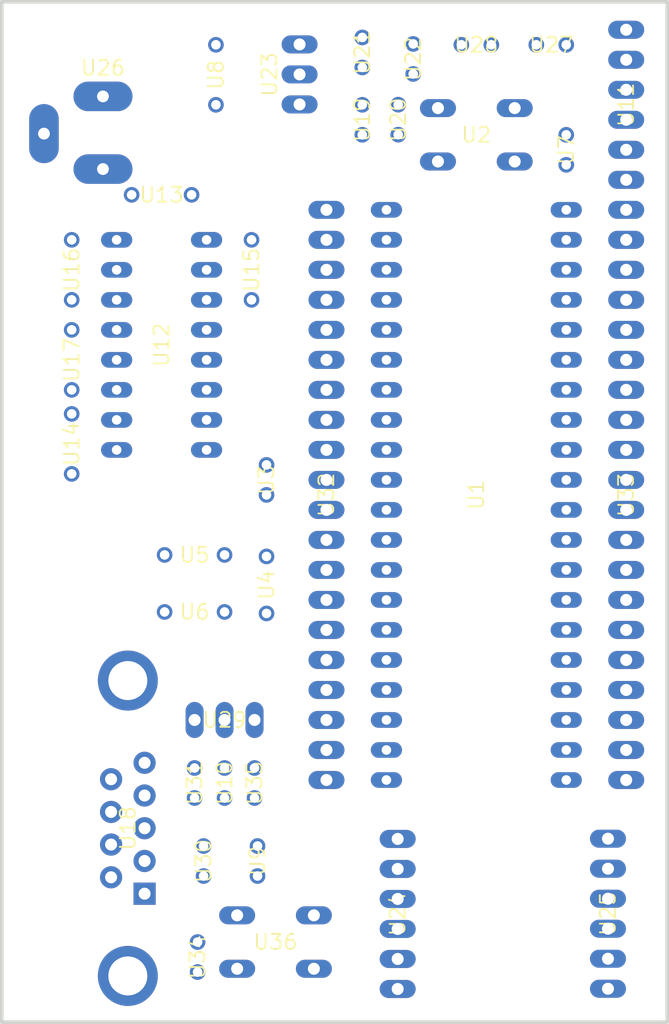
<source format=kicad_pcb>
(kicad_pcb (version 20171130) (host pcbnew "(5.1.4-0-10_14)")

  (general
    (thickness 1.6)
    (drawings 4)
    (tracks 0)
    (zones 0)
    (modules 36)
    (nets 71)
  )

  (page A4)
  (layers
    (0 Top signal)
    (31 Bottom signal)
    (32 B.Adhes user)
    (33 F.Adhes user)
    (34 B.Paste user)
    (35 F.Paste user)
    (36 B.SilkS user)
    (37 F.SilkS user)
    (38 B.Mask user)
    (39 F.Mask user)
    (40 Dwgs.User user)
    (41 Cmts.User user)
    (42 Eco1.User user)
    (43 Eco2.User user)
    (44 Edge.Cuts user)
    (45 Margin user)
    (46 B.CrtYd user)
    (47 F.CrtYd user)
    (48 B.Fab user)
    (49 F.Fab user)
  )

  (setup
    (last_trace_width 0.4064)
    (trace_clearance 0.2)
    (zone_clearance 0.508)
    (zone_45_only no)
    (trace_min 0.2)
    (via_size 0.8)
    (via_drill 0.4)
    (via_min_size 0.4)
    (via_min_drill 0.3)
    (uvia_size 0.3)
    (uvia_drill 0.1)
    (uvias_allowed yes)
    (uvia_min_size 0.2)
    (uvia_min_drill 0.1)
    (edge_width 0.05)
    (segment_width 0.2)
    (pcb_text_width 0.3)
    (pcb_text_size 1.5 1.5)
    (mod_edge_width 0.12)
    (mod_text_size 1 1)
    (mod_text_width 0.15)
    (pad_size 1.524 1.524)
    (pad_drill 0.762)
    (pad_to_mask_clearance 0.051)
    (solder_mask_min_width 0.25)
    (aux_axis_origin 0 0)
    (visible_elements 7FFFFFFF)
    (pcbplotparams
      (layerselection 0x010fc_ffffffff)
      (usegerberextensions false)
      (usegerberattributes false)
      (usegerberadvancedattributes false)
      (creategerberjobfile false)
      (excludeedgelayer true)
      (linewidth 0.100000)
      (plotframeref false)
      (viasonmask false)
      (mode 1)
      (useauxorigin false)
      (hpglpennumber 1)
      (hpglpenspeed 20)
      (hpglpendiameter 15.000000)
      (psnegative false)
      (psa4output false)
      (plotreference true)
      (plotvalue true)
      (plotinvisibletext false)
      (padsonsilk false)
      (subtractmaskfromsilk false)
      (outputformat 1)
      (mirror false)
      (drillshape 1)
      (scaleselection 1)
      (outputdirectory ""))
  )

  (net 0 "")
  (net 1 "Net-(IC3-Pad40)")
  (net 2 "Net-(IC3-Pad39)")
  (net 3 "Net-(IC3-Pad38)")
  (net 4 "Net-(IC3-Pad37)")
  (net 5 "Net-(IC3-Pad36)")
  (net 6 "Net-(IC3-Pad35)")
  (net 7 /MRF_INT)
  (net 8 "Net-(IC3-Pad33)")
  (net 9 /3.3V_SRC)
  (net 10 GND)
  (net 11 "Net-(IC3-Pad30)")
  (net 12 "Net-(IC3-Pad29)")
  (net 13 "Net-(IC3-Pad28)")
  (net 14 "Net-(IC3-Pad27)")
  (net 15 /N$17)
  (net 16 /N$21)
  (net 17 /MRF_SDO)
  (net 18 /MRF_SDI)
  (net 19 "Net-(IC3-Pad22)")
  (net 20 "Net-(IC3-Pad21)")
  (net 21 "Net-(IC3-Pad20)")
  (net 22 "Net-(IC3-Pad19)")
  (net 23 /MRF_SCK)
  (net 24 /MRF_CS)
  (net 25 /MRF_WAKE)
  (net 26 /MRF_RESET)
  (net 27 /OSC2)
  (net 28 /OS1)
  (net 29 "Net-(IC3-Pad10)")
  (net 30 "Net-(IC3-Pad9)")
  (net 31 "Net-(IC3-Pad8)")
  (net 32 "Net-(IC3-Pad7)")
  (net 33 "Net-(IC3-Pad6)")
  (net 34 "Net-(IC3-Pad5)")
  (net 35 "Net-(IC3-Pad4)")
  (net 36 "Net-(IC3-Pad3)")
  (net 37 "Net-(IC3-Pad2)")
  (net 38 "Net-(IC3-Pad1)")
  (net 39 "Net-(S1-Pad4)")
  (net 40 "Net-(S1-Pad2)")
  (net 41 "Net-(C6-Pad1)")
  (net 42 "Net-(LED3-PadA)")
  (net 43 "Net-(R5-Pad1)")
  (net 44 "Net-(JP3-Pad6)")
  (net 45 "Net-(IC2-Pad14)")
  (net 46 "Net-(IC2-Pad13)")
  (net 47 "Net-(IC2-Pad12)")
  (net 48 "Net-(IC2-Pad11)")
  (net 49 "Net-(C5-Pad2)")
  (net 50 "Net-(C2-Pad2)")
  (net 51 "Net-(C5-Pad1)")
  (net 52 "Net-(C4-Pad2)")
  (net 53 "Net-(IC2-Pad8)")
  (net 54 "Net-(IC2-Pad7)")
  (net 55 "Net-(C1-Pad1)")
  (net 56 "Net-(C4-Pad1)")
  (net 57 "Net-(X1-Pad9)")
  (net 58 "Net-(X1-Pad7)")
  (net 59 "Net-(X1-Pad1)")
  (net 60 "Net-(IC4-Pad1)")
  (net 61 "Net-(R8-Pad1)")
  (net 62 "Net-(JP4-Pad4)")
  (net 63 "Net-(X3-Pad3)")
  (net 64 "Net-(LED1-PadA)")
  (net 65 "Net-(R2-Pad1)")
  (net 66 "Net-(R6-Pad1)")
  (net 67 "Net-(LED2-PadA)")
  (net 68 "Net-(R1-Pad1)")
  (net 69 "Net-(S2-Pad4)")
  (net 70 "Net-(S2-Pad2)")

  (net_class Default "This is the default net class."
    (clearance 0.2)
    (trace_width 0.4064)
    (via_dia 0.8)
    (via_drill 0.4)
    (uvia_dia 0.3)
    (uvia_drill 0.1)
    (add_net /3.3V_SRC)
    (add_net /MRF_CS)
    (add_net /MRF_INT)
    (add_net /MRF_RESET)
    (add_net /MRF_SCK)
    (add_net /MRF_SDI)
    (add_net /MRF_SDO)
    (add_net /MRF_WAKE)
    (add_net /N$17)
    (add_net /N$21)
    (add_net /OS1)
    (add_net /OSC2)
    (add_net GND)
    (add_net "Net-(C1-Pad1)")
    (add_net "Net-(C2-Pad2)")
    (add_net "Net-(C4-Pad1)")
    (add_net "Net-(C4-Pad2)")
    (add_net "Net-(C5-Pad1)")
    (add_net "Net-(C5-Pad2)")
    (add_net "Net-(C6-Pad1)")
    (add_net "Net-(IC2-Pad11)")
    (add_net "Net-(IC2-Pad12)")
    (add_net "Net-(IC2-Pad13)")
    (add_net "Net-(IC2-Pad14)")
    (add_net "Net-(IC2-Pad7)")
    (add_net "Net-(IC2-Pad8)")
    (add_net "Net-(IC3-Pad1)")
    (add_net "Net-(IC3-Pad10)")
    (add_net "Net-(IC3-Pad19)")
    (add_net "Net-(IC3-Pad2)")
    (add_net "Net-(IC3-Pad20)")
    (add_net "Net-(IC3-Pad21)")
    (add_net "Net-(IC3-Pad22)")
    (add_net "Net-(IC3-Pad27)")
    (add_net "Net-(IC3-Pad28)")
    (add_net "Net-(IC3-Pad29)")
    (add_net "Net-(IC3-Pad3)")
    (add_net "Net-(IC3-Pad30)")
    (add_net "Net-(IC3-Pad33)")
    (add_net "Net-(IC3-Pad35)")
    (add_net "Net-(IC3-Pad36)")
    (add_net "Net-(IC3-Pad37)")
    (add_net "Net-(IC3-Pad38)")
    (add_net "Net-(IC3-Pad39)")
    (add_net "Net-(IC3-Pad4)")
    (add_net "Net-(IC3-Pad40)")
    (add_net "Net-(IC3-Pad5)")
    (add_net "Net-(IC3-Pad6)")
    (add_net "Net-(IC3-Pad7)")
    (add_net "Net-(IC3-Pad8)")
    (add_net "Net-(IC3-Pad9)")
    (add_net "Net-(IC4-Pad1)")
    (add_net "Net-(JP3-Pad6)")
    (add_net "Net-(JP4-Pad4)")
    (add_net "Net-(LED1-PadA)")
    (add_net "Net-(LED2-PadA)")
    (add_net "Net-(LED3-PadA)")
    (add_net "Net-(R1-Pad1)")
    (add_net "Net-(R2-Pad1)")
    (add_net "Net-(R5-Pad1)")
    (add_net "Net-(R6-Pad1)")
    (add_net "Net-(R8-Pad1)")
    (add_net "Net-(S1-Pad2)")
    (add_net "Net-(S1-Pad4)")
    (add_net "Net-(S2-Pad2)")
    (add_net "Net-(S2-Pad4)")
    (add_net "Net-(X1-Pad1)")
    (add_net "Net-(X1-Pad7)")
    (add_net "Net-(X1-Pad9)")
    (add_net "Net-(X3-Pad3)")
  )

  (module picDevBoard:317TS (layer Top) (tedit 5DD22436) (tstamp 5DC8E7E0)
    (at 145.542 67.9704 90)
    (descr "<b>VOLTAGE REGULATOR</b>")
    (path /FA55F29D)
    (fp_text reference U23 (at 0 -2.54 90) (layer F.SilkS)
      (effects (font (size 1.27 1.27) (thickness 0.15)))
    )
    (fp_text value "" (at 0 -2.54 90) (layer F.SilkS)
      (effects (font (size 1.27 1.27) (thickness 0.15)))
    )
    (fp_poly (pts (xy -5.4 -2.54) (xy -5.4 1.96) (xy 5.2 1.96) (xy 5.2 -2.54)) (layer F.CrtYd) (width 0.1))
    (fp_poly (pts (xy -3.4 -1.54) (xy -3.4 1.56) (xy 3.4 1.56) (xy 3.4 -1.54)) (layer B.CrtYd) (width 0.1))
    (pad 3 thru_hole oval (at 2.54 0 180) (size 3.048 1.524) (drill 1.016) (layers *.Cu *.Mask)
      (net 41 "Net-(C6-Pad1)") (solder_mask_margin 0.1016))
    (pad 2 thru_hole oval (at 0 0 180) (size 3.048 1.524) (drill 1.016) (layers *.Cu *.Mask)
      (net 9 /3.3V_SRC) (solder_mask_margin 0.1016))
    (pad 1 thru_hole oval (at -2.54 0 180) (size 3.048 1.524) (drill 1.016) (layers *.Cu *.Mask)
      (net 60 "Net-(IC4-Pad1)") (solder_mask_margin 0.1016))
  )

  (module picDevBoard:733980-62 locked (layer Top) (tedit 5DD23BA9) (tstamp 5DC8E86D)
    (at 128.8796 69.9516 180)
    (descr "<b>DC POWER JACK</b><p>\nDC20-09 (2.0 mm Center Pin)<br>\nDC25-09 (2.5 mm Center Pin)<br>\nSource: http://www2.produktinfo.conrad.com/datenblaetter/725000-749999/733980-da-01-en-Printbuchse_mit_Schaltkontakt_2mm.pdf")
    (path /D0EFEB30)
    (fp_text reference U26 (at 0 2.54 180) (layer F.SilkS)
      (effects (font (size 1.27 1.27) (thickness 0.15)))
    )
    (fp_text value "" (at 0 2.54 180) (layer F.SilkS)
      (effects (font (size 1.27 1.27) (thickness 0.15)))
    )
    (fp_poly (pts (xy -4.4 -6.26) (xy 4.4 -6.26) (xy 4.4 7.64) (xy -4.4 7.64)) (layer F.CrtYd) (width 0.1))
    (pad 3 thru_hole oval (at 5 -3.03 270) (size 5 2.5) (drill 1) (layers *.Cu *.Mask)
      (net 63 "Net-(X3-Pad3)") (solder_mask_margin 0.1016))
    (pad 1 thru_hole oval (at 0 -6.03 180) (size 5 2.5) (drill 1) (layers *.Cu *.Mask)
      (net 10 GND) (solder_mask_margin 0.1016))
    (pad 2 thru_hole oval (at 0 0.12 180) (size 5 2.5) (drill 1) (layers *.Cu *.Mask)
      (net 41 "Net-(C6-Pad1)") (solder_mask_margin 0.1016))
  )

  (module picDevBoard:DB9 locked (layer Top) (tedit 5DD22E40) (tstamp 5DC8E78D)
    (at 127.8128 131.7752 90)
    (descr <b>SUB-D</b>)
    (path /8679BB61)
    (fp_text reference U18 (at 0 3.175 90) (layer F.SilkS)
      (effects (font (size 1.27 1.27) (thickness 0.15)))
    )
    (fp_text value "" (at 0 3.175 90) (layer F.SilkS)
      (effects (font (size 1.27 1.27) (thickness 0.15)))
    )
    (fp_poly (pts (xy -15.6 -6.525) (xy 15.6 -6.525) (xy 15.6 6.175) (xy -15.6 6.175)) (layer F.CrtYd) (width 0.1))
    (pad G2 thru_hole circle (at 12.5 3.175 90) (size 5.08 5.08) (drill 3.302) (layers *.Cu *.Mask)
      (solder_mask_margin 0.1016))
    (pad G1 thru_hole circle (at -12.5 3.175 90) (size 5.08 5.08) (drill 3.302) (layers *.Cu *.Mask)
      (solder_mask_margin 0.1016))
    (pad 9 thru_hole circle (at 4.15 1.755 90) (size 1.8796 1.8796) (drill 1.016) (layers *.Cu *.Mask)
      (net 57 "Net-(X1-Pad9)") (solder_mask_margin 0.1016))
    (pad 8 thru_hole circle (at 1.38 1.755 90) (size 1.8796 1.8796) (drill 1.016) (layers *.Cu *.Mask)
      (net 58 "Net-(X1-Pad7)") (solder_mask_margin 0.1016))
    (pad 7 thru_hole circle (at -1.38 1.755 90) (size 1.8796 1.8796) (drill 1.016) (layers *.Cu *.Mask)
      (net 58 "Net-(X1-Pad7)") (solder_mask_margin 0.1016))
    (pad 6 thru_hole circle (at -4.15 1.755 90) (size 1.8796 1.8796) (drill 1.016) (layers *.Cu *.Mask)
      (net 59 "Net-(X1-Pad1)") (solder_mask_margin 0.1016))
    (pad 5 thru_hole circle (at 5.54 4.595 90) (size 1.8796 1.8796) (drill 1.016) (layers *.Cu *.Mask)
      (net 10 GND) (solder_mask_margin 0.1016))
    (pad 4 thru_hole circle (at 2.77 4.595 90) (size 1.8796 1.8796) (drill 1.016) (layers *.Cu *.Mask)
      (net 59 "Net-(X1-Pad1)") (solder_mask_margin 0.1016))
    (pad 3 thru_hole circle (at 0 4.595 90) (size 1.8796 1.8796) (drill 1.016) (layers *.Cu *.Mask)
      (net 53 "Net-(IC2-Pad8)") (solder_mask_margin 0.1016))
    (pad 2 thru_hole circle (at -2.77 4.595 90) (size 1.8796 1.8796) (drill 1.016) (layers *.Cu *.Mask)
      (net 54 "Net-(IC2-Pad7)") (solder_mask_margin 0.1016))
    (pad 1 thru_hole rect (at -5.54 4.595 90) (size 1.8796 1.8796) (drill 1.016) (layers *.Cu *.Mask)
      (net 59 "Net-(X1-Pad1)") (solder_mask_margin 0.1016))
  )

  (module picDevBoard:DIL40 (layer Top) (tedit 5DD232E6) (tstamp 5DC8E5C7)
    (at 160.520378 103.560879 270)
    (descr "<B>Dual In Line</B><p>\npackage type P")
    (path /B686635D)
    (fp_text reference U1 (at 0 0 270) (layer F.SilkS)
      (effects (font (size 1.27 1.27) (thickness 0.15)))
    )
    (fp_text value "" (at 0 0 270) (layer F.SilkS)
      (effects (font (size 1.27 1.27) (thickness 0.15)))
    )
    (fp_poly (pts (xy -25.5 -9) (xy 25.5 -9) (xy 25.5 9) (xy -25.5 9)) (layer F.CrtYd) (width 0.1))
    (pad 40 thru_hole oval (at -24.13 -7.62) (size 2.6416 1.3208) (drill 0.8128) (layers *.Cu *.Mask)
      (net 1 "Net-(IC3-Pad40)") (solder_mask_margin 0.1016))
    (pad 39 thru_hole oval (at -21.59 -7.62) (size 2.6416 1.3208) (drill 0.8128) (layers *.Cu *.Mask)
      (net 2 "Net-(IC3-Pad39)") (solder_mask_margin 0.1016))
    (pad 38 thru_hole oval (at -19.05 -7.62) (size 2.6416 1.3208) (drill 0.8128) (layers *.Cu *.Mask)
      (net 3 "Net-(IC3-Pad38)") (solder_mask_margin 0.1016))
    (pad 37 thru_hole oval (at -16.51 -7.62) (size 2.6416 1.3208) (drill 0.8128) (layers *.Cu *.Mask)
      (net 4 "Net-(IC3-Pad37)") (solder_mask_margin 0.1016))
    (pad 36 thru_hole oval (at -13.97 -7.62) (size 2.6416 1.3208) (drill 0.8128) (layers *.Cu *.Mask)
      (net 5 "Net-(IC3-Pad36)") (solder_mask_margin 0.1016))
    (pad 35 thru_hole oval (at -11.43 -7.62) (size 2.6416 1.3208) (drill 0.8128) (layers *.Cu *.Mask)
      (net 6 "Net-(IC3-Pad35)") (solder_mask_margin 0.1016))
    (pad 34 thru_hole oval (at -8.89 -7.62) (size 2.6416 1.3208) (drill 0.8128) (layers *.Cu *.Mask)
      (net 7 /MRF_INT) (solder_mask_margin 0.1016))
    (pad 33 thru_hole oval (at -6.35 -7.62) (size 2.6416 1.3208) (drill 0.8128) (layers *.Cu *.Mask)
      (net 8 "Net-(IC3-Pad33)") (solder_mask_margin 0.1016))
    (pad 32 thru_hole oval (at -3.81 -7.62) (size 2.6416 1.3208) (drill 0.8128) (layers *.Cu *.Mask)
      (net 9 /3.3V_SRC) (solder_mask_margin 0.1016))
    (pad 31 thru_hole oval (at -1.27 -7.62) (size 2.6416 1.3208) (drill 0.8128) (layers *.Cu *.Mask)
      (net 10 GND) (solder_mask_margin 0.1016))
    (pad 30 thru_hole oval (at 1.27 -7.62) (size 2.6416 1.3208) (drill 0.8128) (layers *.Cu *.Mask)
      (net 11 "Net-(IC3-Pad30)") (solder_mask_margin 0.1016))
    (pad 29 thru_hole oval (at 3.81 -7.62) (size 2.6416 1.3208) (drill 0.8128) (layers *.Cu *.Mask)
      (net 12 "Net-(IC3-Pad29)") (solder_mask_margin 0.1016))
    (pad 28 thru_hole oval (at 6.35 -7.62) (size 2.6416 1.3208) (drill 0.8128) (layers *.Cu *.Mask)
      (net 13 "Net-(IC3-Pad28)") (solder_mask_margin 0.1016))
    (pad 27 thru_hole oval (at 8.89 -7.62) (size 2.6416 1.3208) (drill 0.8128) (layers *.Cu *.Mask)
      (net 14 "Net-(IC3-Pad27)") (solder_mask_margin 0.1016))
    (pad 26 thru_hole oval (at 11.43 -7.62) (size 2.6416 1.3208) (drill 0.8128) (layers *.Cu *.Mask)
      (net 15 /N$17) (solder_mask_margin 0.1016))
    (pad 25 thru_hole oval (at 13.97 -7.62) (size 2.6416 1.3208) (drill 0.8128) (layers *.Cu *.Mask)
      (net 16 /N$21) (solder_mask_margin 0.1016))
    (pad 24 thru_hole oval (at 16.51 -7.62) (size 2.6416 1.3208) (drill 0.8128) (layers *.Cu *.Mask)
      (net 17 /MRF_SDO) (solder_mask_margin 0.1016))
    (pad 23 thru_hole oval (at 19.05 -7.62) (size 2.6416 1.3208) (drill 0.8128) (layers *.Cu *.Mask)
      (net 18 /MRF_SDI) (solder_mask_margin 0.1016))
    (pad 22 thru_hole oval (at 21.59 -7.62) (size 2.6416 1.3208) (drill 0.8128) (layers *.Cu *.Mask)
      (net 19 "Net-(IC3-Pad22)") (solder_mask_margin 0.1016))
    (pad 21 thru_hole oval (at 24.13 -7.62) (size 2.6416 1.3208) (drill 0.8128) (layers *.Cu *.Mask)
      (net 20 "Net-(IC3-Pad21)") (solder_mask_margin 0.1016))
    (pad 20 thru_hole oval (at 24.13 7.62) (size 2.6416 1.3208) (drill 0.8128) (layers *.Cu *.Mask)
      (net 21 "Net-(IC3-Pad20)") (solder_mask_margin 0.1016))
    (pad 19 thru_hole oval (at 21.59 7.62) (size 2.6416 1.3208) (drill 0.8128) (layers *.Cu *.Mask)
      (net 22 "Net-(IC3-Pad19)") (solder_mask_margin 0.1016))
    (pad 18 thru_hole oval (at 19.05 7.62) (size 2.6416 1.3208) (drill 0.8128) (layers *.Cu *.Mask)
      (net 23 /MRF_SCK) (solder_mask_margin 0.1016))
    (pad 17 thru_hole oval (at 16.51 7.62) (size 2.6416 1.3208) (drill 0.8128) (layers *.Cu *.Mask)
      (net 24 /MRF_CS) (solder_mask_margin 0.1016))
    (pad 16 thru_hole oval (at 13.97 7.62) (size 2.6416 1.3208) (drill 0.8128) (layers *.Cu *.Mask)
      (net 25 /MRF_WAKE) (solder_mask_margin 0.1016))
    (pad 15 thru_hole oval (at 11.43 7.62) (size 2.6416 1.3208) (drill 0.8128) (layers *.Cu *.Mask)
      (net 26 /MRF_RESET) (solder_mask_margin 0.1016))
    (pad 14 thru_hole oval (at 8.89 7.62) (size 2.6416 1.3208) (drill 0.8128) (layers *.Cu *.Mask)
      (net 27 /OSC2) (solder_mask_margin 0.1016))
    (pad 13 thru_hole oval (at 6.35 7.62) (size 2.6416 1.3208) (drill 0.8128) (layers *.Cu *.Mask)
      (net 28 /OS1) (solder_mask_margin 0.1016))
    (pad 12 thru_hole oval (at 3.81 7.62) (size 2.6416 1.3208) (drill 0.8128) (layers *.Cu *.Mask)
      (net 10 GND) (solder_mask_margin 0.1016))
    (pad 11 thru_hole oval (at 1.27 7.62) (size 2.6416 1.3208) (drill 0.8128) (layers *.Cu *.Mask)
      (net 9 /3.3V_SRC) (solder_mask_margin 0.1016))
    (pad 10 thru_hole oval (at -1.27 7.62) (size 2.6416 1.3208) (drill 0.8128) (layers *.Cu *.Mask)
      (net 29 "Net-(IC3-Pad10)") (solder_mask_margin 0.1016))
    (pad 9 thru_hole oval (at -3.81 7.62) (size 2.6416 1.3208) (drill 0.8128) (layers *.Cu *.Mask)
      (net 30 "Net-(IC3-Pad9)") (solder_mask_margin 0.1016))
    (pad 8 thru_hole oval (at -6.35 7.62) (size 2.6416 1.3208) (drill 0.8128) (layers *.Cu *.Mask)
      (net 31 "Net-(IC3-Pad8)") (solder_mask_margin 0.1016))
    (pad 7 thru_hole oval (at -8.89 7.62) (size 2.6416 1.3208) (drill 0.8128) (layers *.Cu *.Mask)
      (net 32 "Net-(IC3-Pad7)") (solder_mask_margin 0.1016))
    (pad 6 thru_hole oval (at -11.43 7.62) (size 2.6416 1.3208) (drill 0.8128) (layers *.Cu *.Mask)
      (net 33 "Net-(IC3-Pad6)") (solder_mask_margin 0.1016))
    (pad 5 thru_hole oval (at -13.97 7.62) (size 2.6416 1.3208) (drill 0.8128) (layers *.Cu *.Mask)
      (net 34 "Net-(IC3-Pad5)") (solder_mask_margin 0.1016))
    (pad 4 thru_hole oval (at -16.51 7.62) (size 2.6416 1.3208) (drill 0.8128) (layers *.Cu *.Mask)
      (net 35 "Net-(IC3-Pad4)") (solder_mask_margin 0.1016))
    (pad 3 thru_hole oval (at -19.05 7.62) (size 2.6416 1.3208) (drill 0.8128) (layers *.Cu *.Mask)
      (net 36 "Net-(IC3-Pad3)") (solder_mask_margin 0.1016))
    (pad 2 thru_hole oval (at -21.59 7.62) (size 2.6416 1.3208) (drill 0.8128) (layers *.Cu *.Mask)
      (net 37 "Net-(IC3-Pad2)") (solder_mask_margin 0.1016))
    (pad 1 thru_hole oval (at -24.13 7.62) (size 2.6416 1.3208) (drill 0.8128) (layers *.Cu *.Mask)
      (net 38 "Net-(IC3-Pad1)") (solder_mask_margin 0.1016))
  )

  (module picDevBoard:B3F-10XX (layer Top) (tedit 5DD22839) (tstamp 5DC8E5F8)
    (at 160.520378 73.080879)
    (descr "<b>OMRON SWITCH</b>")
    (path /788C9994)
    (fp_text reference U2 (at 0 0) (layer F.SilkS)
      (effects (font (size 1.27 1.27) (thickness 0.15)))
    )
    (fp_text value "" (at 0 0) (layer F.SilkS)
      (effects (font (size 1.27 1.27) (thickness 0.15)))
    )
    (fp_poly (pts (xy -3.4 -3.2) (xy 3.4 -3.2) (xy 3.4 3.2) (xy -3.4 3.2)) (layer F.CrtYd) (width 0.1))
    (pad 4 thru_hole oval (at 3.2512 2.2606) (size 3.048 1.524) (drill 1.016) (layers *.Cu *.Mask)
      (net 39 "Net-(S1-Pad4)") (solder_mask_margin 0.1016))
    (pad 2 thru_hole oval (at 3.2512 -2.2606) (size 3.048 1.524) (drill 1.016) (layers *.Cu *.Mask)
      (net 40 "Net-(S1-Pad2)") (solder_mask_margin 0.1016))
    (pad 3 thru_hole oval (at -3.2512 2.2606) (size 3.048 1.524) (drill 1.016) (layers *.Cu *.Mask)
      (net 38 "Net-(IC3-Pad1)") (solder_mask_margin 0.1016))
    (pad 1 thru_hole oval (at -3.2512 -2.2606) (size 3.048 1.524) (drill 1.016) (layers *.Cu *.Mask)
      (net 10 GND) (solder_mask_margin 0.1016))
  )

  (module picDevBoard:C025-024X044 (layer Top) (tedit 5DD22892) (tstamp 5DC8E635)
    (at 142.740378 102.290879 270)
    (descr "<b>CAPACITOR</b><p>\ngrid 2.5 mm, outline 2.4 x 4.4 mm")
    (path /2F4B506D)
    (fp_text reference U3 (at 0 0 270) (layer F.SilkS)
      (effects (font (size 1.27 1.27) (thickness 0.15)))
    )
    (fp_text value "" (at 0 0 270) (layer F.SilkS)
      (effects (font (size 1.27 1.27) (thickness 0.15)))
    )
    (fp_poly (pts (xy -2.3 -1.3) (xy 2.3 -1.3) (xy 2.3 1.3) (xy -2.3 1.3)) (layer F.CrtYd) (width 0.1))
    (pad 2 thru_hole circle (at 1.27 0 270) (size 1.3208 1.3208) (drill 0.8128) (layers *.Cu *.Mask)
      (net 10 GND) (solder_mask_margin 0.1016))
    (pad 1 thru_hole circle (at -1.27 0 270) (size 1.3208 1.3208) (drill 0.8128) (layers *.Cu *.Mask)
      (net 9 /3.3V_SRC) (solder_mask_margin 0.1016))
  )

  (module picDevBoard:HC49_S (layer Top) (tedit 5DD2361A) (tstamp 5DC8E646)
    (at 142.740378 111.180879 270)
    (descr <b>CRYSTAL</b>)
    (path /22BC07EB)
    (fp_text reference U4 (at 0 0 270) (layer F.SilkS)
      (effects (font (size 1.27 1.27) (thickness 0.15)))
    )
    (fp_text value "" (at 0 0 270) (layer F.SilkS)
      (effects (font (size 1.27 1.27) (thickness 0.15)))
    )
    (fp_poly (pts (xy -5.6 -2.6) (xy 5.6 -2.6) (xy 5.6 2.6) (xy -5.6 2.6)) (layer F.CrtYd) (width 0.1))
    (pad 1 thru_hole circle (at -2.413 0 270) (size 1.3208 1.3208) (drill 0.8128) (layers *.Cu *.Mask)
      (net 28 /OS1) (solder_mask_margin 0.1016))
    (pad 2 thru_hole circle (at 2.413 0 270) (size 1.3208 1.3208) (drill 0.8128) (layers *.Cu *.Mask)
      (net 27 /OSC2) (solder_mask_margin 0.1016))
  )

  (module picDevBoard:C050-024X044 (layer Top) (tedit 5DD22909) (tstamp 5DC8E662)
    (at 136.644378 108.640879 180)
    (descr "<b>CAPACITOR</b><p>\ngrid 5 mm, outline 2.4 x 4.4 mm")
    (path /E6471815)
    (fp_text reference U5 (at 0 0 180) (layer F.SilkS)
      (effects (font (size 1.27 1.27) (thickness 0.15)))
    )
    (fp_text value "" (at 0 0 180) (layer F.SilkS)
      (effects (font (size 1.27 1.27) (thickness 0.15)))
    )
    (fp_poly (pts (xy -2.3 -1.3) (xy -2.3 1.3) (xy 2.3 1.3) (xy 2.3 -1.3)) (layer F.CrtYd) (width 0.1))
    (pad 2 thru_hole circle (at 2.54 0 180) (size 1.3208 1.3208) (drill 0.8128) (layers *.Cu *.Mask)
      (net 10 GND) (solder_mask_margin 0.1016))
    (pad 1 thru_hole circle (at -2.54 0 180) (size 1.3208 1.3208) (drill 0.8128) (layers *.Cu *.Mask)
      (net 28 /OS1) (solder_mask_margin 0.1016))
  )

  (module picDevBoard:C050-024X044 (layer Top) (tedit 5DD22909) (tstamp 5DC8E677)
    (at 136.644378 113.466879 180)
    (descr "<b>CAPACITOR</b><p>\ngrid 5 mm, outline 2.4 x 4.4 mm")
    (path /DC2BCD37)
    (fp_text reference U6 (at 0 0 180) (layer F.SilkS)
      (effects (font (size 1.27 1.27) (thickness 0.15)))
    )
    (fp_text value "" (at 0 0 180) (layer F.SilkS)
      (effects (font (size 1.27 1.27) (thickness 0.15)))
    )
    (fp_poly (pts (xy -2.3 -1.3) (xy -2.3 1.3) (xy 2.3 1.3) (xy 2.3 -1.3)) (layer F.CrtYd) (width 0.1))
    (pad 2 thru_hole circle (at 2.54 0 180) (size 1.3208 1.3208) (drill 0.8128) (layers *.Cu *.Mask)
      (net 10 GND) (solder_mask_margin 0.1016))
    (pad 1 thru_hole circle (at -2.54 0 180) (size 1.3208 1.3208) (drill 0.8128) (layers *.Cu *.Mask)
      (net 27 /OSC2) (solder_mask_margin 0.1016))
  )

  (module picDevBoard:V526-0 (layer Top) (tedit 5DD23A48) (tstamp 5DC8E68C)
    (at 168.140378 74.350879 270)
    (descr "<b>RESISTOR</b><p>\ntype V526-0, grid 2.5 mm")
    (path /BA9F59F4)
    (fp_text reference U7 (at 0 0 270) (layer F.SilkS)
      (effects (font (size 1.27 1.27) (thickness 0.15)))
    )
    (fp_text value "" (at 0 0 270) (layer F.SilkS)
      (effects (font (size 1.27 1.27) (thickness 0.15)))
    )
    (fp_poly (pts (xy -2.7 -1.1) (xy 2.7 -1.1) (xy 2.7 1.1) (xy -2.7 1.1)) (layer F.CrtYd) (width 0.1))
    (pad 2 thru_hole circle (at 1.27 0 270) (size 1.3208 1.3208) (drill 0.8128) (layers *.Cu *.Mask)
      (net 38 "Net-(IC3-Pad1)") (solder_mask_margin 0.1016))
    (pad 1 thru_hole circle (at -1.27 0 270) (size 1.3208 1.3208) (drill 0.8128) (layers *.Cu *.Mask)
      (net 9 /3.3V_SRC) (solder_mask_margin 0.1016))
  )

  (module picDevBoard:C050-025X075 (layer Top) (tedit 5DD22973) (tstamp 5DC8E699)
    (at 138.452878 68.000879 270)
    (descr "<b>CAPACITOR</b><p>\ngrid 5 mm, outline 2.5 x 7.5 mm")
    (path /6DF0E31E)
    (fp_text reference U8 (at 0 0 270) (layer F.SilkS)
      (effects (font (size 1.27 1.27) (thickness 0.15)))
    )
    (fp_text value "" (at 0 0 270) (layer F.SilkS)
      (effects (font (size 1.27 1.27) (thickness 0.15)))
    )
    (fp_poly (pts (xy -3.8 -1.4) (xy 3.8 -1.4) (xy 3.8 1.4) (xy -3.8 1.4)) (layer F.CrtYd) (width 0.1))
    (pad 2 thru_hole circle (at 2.54 0 270) (size 1.3208 1.3208) (drill 0.8128) (layers *.Cu *.Mask)
      (net 10 GND) (solder_mask_margin 0.1016))
    (pad 1 thru_hole circle (at -2.54 0 270) (size 1.3208 1.3208) (drill 0.8128) (layers *.Cu *.Mask)
      (net 41 "Net-(C6-Pad1)") (solder_mask_margin 0.1016))
  )

  (module picDevBoard:LED3MM (layer Top) (tedit 5DD2369D) (tstamp 5DC8E6AC)
    (at 141.978378 134.548879 270)
    (descr "<B>LED</B><p>\n3 mm, round")
    (path /E9052FDA)
    (fp_text reference U9 (at 0 0 270) (layer F.SilkS)
      (effects (font (size 1.27 1.27) (thickness 0.15)))
    )
    (fp_text value "" (at 0 0 270) (layer F.SilkS)
      (effects (font (size 1.27 1.27) (thickness 0.15)))
    )
    (fp_poly (pts (xy -2.2 -2.2) (xy 2 -2.2) (xy 2 2.3) (xy -2.2 2.3)) (layer F.CrtYd) (width 0.1))
    (pad K thru_hole circle (at 1.27 0 270) (size 1.3208 1.3208) (drill 0.8128) (layers *.Cu *.Mask)
      (net 10 GND) (solder_mask_margin 0.1016))
    (pad A thru_hole circle (at -1.27 0 270) (size 1.3208 1.3208) (drill 0.8128) (layers *.Cu *.Mask)
      (net 42 "Net-(LED3-PadA)") (solder_mask_margin 0.1016))
  )

  (module picDevBoard:V526-0 (layer Top) (tedit 5DD23A48) (tstamp 5DC8E6C4)
    (at 139.184378 127.944879 270)
    (descr "<b>RESISTOR</b><p>\ntype V526-0, grid 2.5 mm")
    (path /1A59B195)
    (fp_text reference U10 (at 0 0 270) (layer F.SilkS)
      (effects (font (size 1.27 1.27) (thickness 0.15)))
    )
    (fp_text value "" (at 0 0 270) (layer F.SilkS)
      (effects (font (size 1.27 1.27) (thickness 0.15)))
    )
    (fp_poly (pts (xy -2.7 -1.1) (xy 2.7 -1.1) (xy 2.7 1.1) (xy -2.7 1.1)) (layer F.CrtYd) (width 0.1))
    (pad 2 thru_hole circle (at 1.27 0 270) (size 1.3208 1.3208) (drill 0.8128) (layers *.Cu *.Mask)
      (net 42 "Net-(LED3-PadA)") (solder_mask_margin 0.1016))
    (pad 1 thru_hole circle (at -1.27 0 270) (size 1.3208 1.3208) (drill 0.8128) (layers *.Cu *.Mask)
      (net 43 "Net-(R5-Pad1)") (solder_mask_margin 0.1016))
  )

  (module picDevBoard:1X06 (layer Top) (tedit 5DD23AD1) (tstamp 5DC8E6D1)
    (at 173.220378 70.540879 90)
    (descr "<b>PIN HEADER</b>")
    (path /8182258E)
    (fp_text reference U11 (at 0 0 90) (layer F.SilkS)
      (effects (font (size 1.27 1.27) (thickness 0.15)))
    )
    (fp_text value "" (at 0 0 90) (layer F.SilkS)
      (effects (font (size 1.27 1.27) (thickness 0.15)))
    )
    (fp_poly (pts (xy -7.5 -1.7) (xy 7.5 -1.7) (xy 7.5 1.7) (xy -7.5 1.7)) (layer B.CrtYd) (width 0.1))
    (fp_poly (pts (xy -7.5 -1.7) (xy 7.5 -1.7) (xy 7.5 1.7) (xy -7.5 1.7)) (layer F.CrtYd) (width 0.1))
    (pad 6 thru_hole oval (at 6.35 0 180) (size 3.048 1.524) (drill 1.016) (layers *.Cu *.Mask)
      (net 44 "Net-(JP3-Pad6)") (solder_mask_margin 0.1016))
    (pad 5 thru_hole oval (at 3.81 0 180) (size 3.048 1.524) (drill 1.016) (layers *.Cu *.Mask)
      (net 2 "Net-(IC3-Pad39)") (solder_mask_margin 0.1016))
    (pad 4 thru_hole oval (at 1.27 0 180) (size 3.048 1.524) (drill 1.016) (layers *.Cu *.Mask)
      (net 1 "Net-(IC3-Pad40)") (solder_mask_margin 0.1016))
    (pad 3 thru_hole oval (at -1.27 0 180) (size 3.048 1.524) (drill 1.016) (layers *.Cu *.Mask)
      (net 10 GND) (solder_mask_margin 0.1016))
    (pad 2 thru_hole oval (at -3.81 0 180) (size 3.048 1.524) (drill 1.016) (layers *.Cu *.Mask)
      (net 9 /3.3V_SRC) (solder_mask_margin 0.1016))
    (pad 1 thru_hole oval (at -6.35 0 180) (size 3.048 1.524) (drill 1.016) (layers *.Cu *.Mask)
      (net 38 "Net-(IC3-Pad1)") (solder_mask_margin 0.1016))
  )

  (module picDevBoard:DIL16 (layer Top) (tedit 5DD2332E) (tstamp 5DC8E70B)
    (at 133.850378 90.860879 270)
    (descr "<b>Dual In Line Package</b>")
    (path /BC34DC86)
    (fp_text reference U12 (at 0 0 270) (layer F.SilkS)
      (effects (font (size 1.27 1.27) (thickness 0.15)))
    )
    (fp_text value "" (at 0 0 270) (layer F.SilkS)
      (effects (font (size 1.27 1.27) (thickness 0.15)))
    )
    (fp_poly (pts (xy -10.3 -5.2) (xy 10.3 -5.2) (xy 10.3 5.2) (xy -10.3 5.2)) (layer F.CrtYd) (width 0.1))
    (pad 16 thru_hole oval (at -8.89 -3.81) (size 2.6416 1.3208) (drill 0.8128) (layers *.Cu *.Mask)
      (net 9 /3.3V_SRC) (solder_mask_margin 0.1016))
    (pad 15 thru_hole oval (at -6.35 -3.81) (size 2.6416 1.3208) (drill 0.8128) (layers *.Cu *.Mask)
      (net 10 GND) (solder_mask_margin 0.1016))
    (pad 14 thru_hole oval (at -3.81 -3.81) (size 2.6416 1.3208) (drill 0.8128) (layers *.Cu *.Mask)
      (net 45 "Net-(IC2-Pad14)") (solder_mask_margin 0.1016))
    (pad 13 thru_hole oval (at -1.27 -3.81) (size 2.6416 1.3208) (drill 0.8128) (layers *.Cu *.Mask)
      (net 46 "Net-(IC2-Pad13)") (solder_mask_margin 0.1016))
    (pad 12 thru_hole oval (at 1.27 -3.81) (size 2.6416 1.3208) (drill 0.8128) (layers *.Cu *.Mask)
      (net 47 "Net-(IC2-Pad12)") (solder_mask_margin 0.1016))
    (pad 11 thru_hole oval (at 3.81 -3.81) (size 2.6416 1.3208) (drill 0.8128) (layers *.Cu *.Mask)
      (net 48 "Net-(IC2-Pad11)") (solder_mask_margin 0.1016))
    (pad 10 thru_hole oval (at 6.35 -3.81) (size 2.6416 1.3208) (drill 0.8128) (layers *.Cu *.Mask)
      (net 16 /N$21) (solder_mask_margin 0.1016))
    (pad 9 thru_hole oval (at 8.89 -3.81) (size 2.6416 1.3208) (drill 0.8128) (layers *.Cu *.Mask)
      (net 15 /N$17) (solder_mask_margin 0.1016))
    (pad 5 thru_hole oval (at 1.27 3.81) (size 2.6416 1.3208) (drill 0.8128) (layers *.Cu *.Mask)
      (net 49 "Net-(C5-Pad2)") (solder_mask_margin 0.1016))
    (pad 6 thru_hole oval (at 3.81 3.81) (size 2.6416 1.3208) (drill 0.8128) (layers *.Cu *.Mask)
      (net 50 "Net-(C2-Pad2)") (solder_mask_margin 0.1016))
    (pad 4 thru_hole oval (at -1.27 3.81) (size 2.6416 1.3208) (drill 0.8128) (layers *.Cu *.Mask)
      (net 51 "Net-(C5-Pad1)") (solder_mask_margin 0.1016))
    (pad 3 thru_hole oval (at -3.81 3.81) (size 2.6416 1.3208) (drill 0.8128) (layers *.Cu *.Mask)
      (net 52 "Net-(C4-Pad2)") (solder_mask_margin 0.1016))
    (pad 8 thru_hole oval (at 8.89 3.81) (size 2.6416 1.3208) (drill 0.8128) (layers *.Cu *.Mask)
      (net 53 "Net-(IC2-Pad8)") (solder_mask_margin 0.1016))
    (pad 7 thru_hole oval (at 6.35 3.81) (size 2.6416 1.3208) (drill 0.8128) (layers *.Cu *.Mask)
      (net 54 "Net-(IC2-Pad7)") (solder_mask_margin 0.1016))
    (pad 2 thru_hole oval (at -6.35 3.81) (size 2.6416 1.3208) (drill 0.8128) (layers *.Cu *.Mask)
      (net 55 "Net-(C1-Pad1)") (solder_mask_margin 0.1016))
    (pad 1 thru_hole oval (at -8.89 3.81) (size 2.6416 1.3208) (drill 0.8128) (layers *.Cu *.Mask)
      (net 56 "Net-(C4-Pad1)") (solder_mask_margin 0.1016))
  )

  (module picDevBoard:C050-024X044 (layer Top) (tedit 5DD22909) (tstamp 5DC8E724)
    (at 133.850378 78.160879)
    (descr "<b>CAPACITOR</b><p>\ngrid 5 mm, outline 2.4 x 4.4 mm")
    (path /24F56349)
    (fp_text reference U13 (at 0 0) (layer F.SilkS)
      (effects (font (size 1.27 1.27) (thickness 0.15)))
    )
    (fp_text value "" (at 0 0) (layer F.SilkS)
      (effects (font (size 1.27 1.27) (thickness 0.15)))
    )
    (fp_poly (pts (xy -2.3 -1.3) (xy -2.3 1.3) (xy 2.3 1.3) (xy 2.3 -1.3)) (layer F.CrtYd) (width 0.1))
    (pad 2 thru_hole circle (at 2.54 0) (size 1.3208 1.3208) (drill 0.8128) (layers *.Cu *.Mask)
      (net 9 /3.3V_SRC) (solder_mask_margin 0.1016))
    (pad 1 thru_hole circle (at -2.54 0) (size 1.3208 1.3208) (drill 0.8128) (layers *.Cu *.Mask)
      (net 55 "Net-(C1-Pad1)") (solder_mask_margin 0.1016))
  )

  (module picDevBoard:C050-024X044 (layer Top) (tedit 5DD22909) (tstamp 5DC8E739)
    (at 126.230378 99.242879 90)
    (descr "<b>CAPACITOR</b><p>\ngrid 5 mm, outline 2.4 x 4.4 mm")
    (path /4071D1F9)
    (fp_text reference U14 (at 0 0 90) (layer F.SilkS)
      (effects (font (size 1.27 1.27) (thickness 0.15)))
    )
    (fp_text value "" (at 0 0 90) (layer F.SilkS)
      (effects (font (size 1.27 1.27) (thickness 0.15)))
    )
    (fp_poly (pts (xy -2.3 -1.3) (xy -2.3 1.3) (xy 2.3 1.3) (xy 2.3 -1.3)) (layer F.CrtYd) (width 0.1))
    (pad 2 thru_hole circle (at 2.54 0 90) (size 1.3208 1.3208) (drill 0.8128) (layers *.Cu *.Mask)
      (net 50 "Net-(C2-Pad2)") (solder_mask_margin 0.1016))
    (pad 1 thru_hole circle (at -2.54 0 90) (size 1.3208 1.3208) (drill 0.8128) (layers *.Cu *.Mask)
      (net 10 GND) (solder_mask_margin 0.1016))
  )

  (module picDevBoard:C050-024X044 (layer Top) (tedit 5DD22909) (tstamp 5DC8E74E)
    (at 141.470378 84.510879 270)
    (descr "<b>CAPACITOR</b><p>\ngrid 5 mm, outline 2.4 x 4.4 mm")
    (path /00CB58E1)
    (fp_text reference U15 (at 0 0 270) (layer F.SilkS)
      (effects (font (size 1.27 1.27) (thickness 0.15)))
    )
    (fp_text value "" (at 0 0 270) (layer F.SilkS)
      (effects (font (size 1.27 1.27) (thickness 0.15)))
    )
    (fp_poly (pts (xy -2.3 -1.3) (xy -2.3 1.3) (xy 2.3 1.3) (xy 2.3 -1.3)) (layer F.CrtYd) (width 0.1))
    (pad 2 thru_hole circle (at 2.54 0 270) (size 1.3208 1.3208) (drill 0.8128) (layers *.Cu *.Mask)
      (net 10 GND) (solder_mask_margin 0.1016))
    (pad 1 thru_hole circle (at -2.54 0 270) (size 1.3208 1.3208) (drill 0.8128) (layers *.Cu *.Mask)
      (net 9 /3.3V_SRC) (solder_mask_margin 0.1016))
  )

  (module picDevBoard:C050-024X044 (layer Top) (tedit 5DD22909) (tstamp 5DC8E763)
    (at 126.230378 84.510879 270)
    (descr "<b>CAPACITOR</b><p>\ngrid 5 mm, outline 2.4 x 4.4 mm")
    (path /8B5AD75A)
    (fp_text reference U16 (at 0 0 270) (layer F.SilkS)
      (effects (font (size 1.27 1.27) (thickness 0.15)))
    )
    (fp_text value "" (at 0 0 270) (layer F.SilkS)
      (effects (font (size 1.27 1.27) (thickness 0.15)))
    )
    (fp_poly (pts (xy -2.3 -1.3) (xy -2.3 1.3) (xy 2.3 1.3) (xy 2.3 -1.3)) (layer F.CrtYd) (width 0.1))
    (pad 2 thru_hole circle (at 2.54 0 270) (size 1.3208 1.3208) (drill 0.8128) (layers *.Cu *.Mask)
      (net 52 "Net-(C4-Pad2)") (solder_mask_margin 0.1016))
    (pad 1 thru_hole circle (at -2.54 0 270) (size 1.3208 1.3208) (drill 0.8128) (layers *.Cu *.Mask)
      (net 56 "Net-(C4-Pad1)") (solder_mask_margin 0.1016))
  )

  (module picDevBoard:C050-024X044 (layer Top) (tedit 5DD22909) (tstamp 5DC8E778)
    (at 126.230378 92.130879 270)
    (descr "<b>CAPACITOR</b><p>\ngrid 5 mm, outline 2.4 x 4.4 mm")
    (path /A35C59BC)
    (fp_text reference U17 (at 0 0 270) (layer F.SilkS)
      (effects (font (size 1.27 1.27) (thickness 0.15)))
    )
    (fp_text value "" (at 0 0 270) (layer F.SilkS)
      (effects (font (size 1.27 1.27) (thickness 0.15)))
    )
    (fp_poly (pts (xy -2.3 -1.3) (xy -2.3 1.3) (xy 2.3 1.3) (xy 2.3 -1.3)) (layer F.CrtYd) (width 0.1))
    (pad 2 thru_hole circle (at 2.54 0 270) (size 1.3208 1.3208) (drill 0.8128) (layers *.Cu *.Mask)
      (net 49 "Net-(C5-Pad2)") (solder_mask_margin 0.1016))
    (pad 1 thru_hole circle (at -2.54 0 270) (size 1.3208 1.3208) (drill 0.8128) (layers *.Cu *.Mask)
      (net 51 "Net-(C5-Pad1)") (solder_mask_margin 0.1016))
  )

  (module picDevBoard:V526-0 (layer Top) (tedit 5DD23A48) (tstamp 5DC8E7A8)
    (at 150.858178 71.810879 90)
    (descr "<b>RESISTOR</b><p>\ntype V526-0, grid 2.5 mm")
    (path /C7210BF6)
    (fp_text reference U19 (at 0 0 90) (layer F.SilkS)
      (effects (font (size 1.27 1.27) (thickness 0.15)))
    )
    (fp_text value "" (at 0 0 90) (layer F.SilkS)
      (effects (font (size 1.27 1.27) (thickness 0.15)))
    )
    (fp_poly (pts (xy -2.7 -1.1) (xy 2.7 -1.1) (xy 2.7 1.1) (xy -2.7 1.1)) (layer F.CrtYd) (width 0.1))
    (pad 2 thru_hole circle (at 1.27 0 90) (size 1.3208 1.3208) (drill 0.8128) (layers *.Cu *.Mask)
      (net 60 "Net-(IC4-Pad1)") (solder_mask_margin 0.1016))
    (pad 1 thru_hole circle (at -1.27 0 90) (size 1.3208 1.3208) (drill 0.8128) (layers *.Cu *.Mask)
      (net 61 "Net-(R8-Pad1)") (solder_mask_margin 0.1016))
  )

  (module picDevBoard:V526-0 (layer Top) (tedit 5DD23A48) (tstamp 5DC8E7B5)
    (at 153.9 71.8 270)
    (descr "<b>RESISTOR</b><p>\ntype V526-0, grid 2.5 mm")
    (path /D549D021)
    (fp_text reference U20 (at 0 0 270) (layer F.SilkS)
      (effects (font (size 1.27 1.27) (thickness 0.15)))
    )
    (fp_text value "" (at 0 0 270) (layer F.SilkS)
      (effects (font (size 1.27 1.27) (thickness 0.15)))
    )
    (fp_poly (pts (xy -2.7 -1.1) (xy 2.7 -1.1) (xy 2.7 1.1) (xy -2.7 1.1)) (layer F.CrtYd) (width 0.1))
    (pad 2 thru_hole circle (at 1.27 0 270) (size 1.3208 1.3208) (drill 0.8128) (layers *.Cu *.Mask)
      (net 61 "Net-(R8-Pad1)") (solder_mask_margin 0.1016))
    (pad 1 thru_hole circle (at -1.27 0 270) (size 1.3208 1.3208) (drill 0.8128) (layers *.Cu *.Mask)
      (net 10 GND) (solder_mask_margin 0.1016))
  )

  (module picDevBoard:V526-0 (layer Top) (tedit 5DD23A48) (tstamp 5DC8E7C2)
    (at 150.858178 66.11 90)
    (descr "<b>RESISTOR</b><p>\ntype V526-0, grid 2.5 mm")
    (path /50C8975C)
    (fp_text reference U21 (at 0 0 90) (layer F.SilkS)
      (effects (font (size 1.27 1.27) (thickness 0.15)))
    )
    (fp_text value "" (at 0 0 90) (layer F.SilkS)
      (effects (font (size 1.27 1.27) (thickness 0.15)))
    )
    (fp_poly (pts (xy -2.7 -1.1) (xy 2.7 -1.1) (xy 2.7 1.1) (xy -2.7 1.1)) (layer F.CrtYd) (width 0.1))
    (pad 2 thru_hole circle (at 1.27 0 90) (size 1.3208 1.3208) (drill 0.8128) (layers *.Cu *.Mask)
      (net 9 /3.3V_SRC) (solder_mask_margin 0.1016))
    (pad 1 thru_hole circle (at -1.27 0 90) (size 1.3208 1.3208) (drill 0.8128) (layers *.Cu *.Mask)
      (net 60 "Net-(IC4-Pad1)") (solder_mask_margin 0.1016))
  )

  (module picDevBoard:C025-024X044 (layer Top) (tedit 5DD22892) (tstamp 5DC8E7CF)
    (at 155.17 66.66 270)
    (descr "<b>CAPACITOR</b><p>\ngrid 2.5 mm, outline 2.4 x 4.4 mm")
    (path /A5E7C4B6)
    (fp_text reference U22 (at 0 0 270) (layer F.SilkS)
      (effects (font (size 1.27 1.27) (thickness 0.15)))
    )
    (fp_text value "" (at 0 0 270) (layer F.SilkS)
      (effects (font (size 1.27 1.27) (thickness 0.15)))
    )
    (fp_poly (pts (xy -2.3 -1.3) (xy 2.3 -1.3) (xy 2.3 1.3) (xy -2.3 1.3)) (layer F.CrtYd) (width 0.1))
    (pad 2 thru_hole circle (at 1.27 0 270) (size 1.3208 1.3208) (drill 0.8128) (layers *.Cu *.Mask)
      (net 10 GND) (solder_mask_margin 0.1016))
    (pad 1 thru_hole circle (at -1.27 0 270) (size 1.3208 1.3208) (drill 0.8128) (layers *.Cu *.Mask)
      (net 9 /3.3V_SRC) (solder_mask_margin 0.1016))
  )

  (module picDevBoard:1X06 locked (layer Top) (tedit 5DD23AD1) (tstamp 5DC8E7F9)
    (at 153.855478 139.029379 90)
    (descr "<b>PIN HEADER</b>")
    (path /193933AB)
    (fp_text reference U24 (at 0 0 90) (layer F.SilkS)
      (effects (font (size 1.27 1.27) (thickness 0.15)))
    )
    (fp_text value "" (at 0 0 90) (layer F.SilkS)
      (effects (font (size 1.27 1.27) (thickness 0.15)))
    )
    (fp_poly (pts (xy -7.5 -1.7) (xy 7.5 -1.7) (xy 7.5 1.7) (xy -7.5 1.7)) (layer B.CrtYd) (width 0.1))
    (fp_poly (pts (xy -7.5 -1.7) (xy 7.5 -1.7) (xy 7.5 1.7) (xy -7.5 1.7)) (layer F.CrtYd) (width 0.1))
    (pad 6 thru_hole oval (at 6.35 0 180) (size 3.048 1.524) (drill 1.016) (layers *.Cu *.Mask)
      (net 18 /MRF_SDI) (solder_mask_margin 0.1016))
    (pad 5 thru_hole oval (at 3.81 0 180) (size 3.048 1.524) (drill 1.016) (layers *.Cu *.Mask)
      (net 24 /MRF_CS) (solder_mask_margin 0.1016))
    (pad 4 thru_hole oval (at 1.27 0 180) (size 3.048 1.524) (drill 1.016) (layers *.Cu *.Mask)
      (net 62 "Net-(JP4-Pad4)") (solder_mask_margin 0.1016))
    (pad 3 thru_hole oval (at -1.27 0 180) (size 3.048 1.524) (drill 1.016) (layers *.Cu *.Mask)
      (net 9 /3.3V_SRC) (solder_mask_margin 0.1016))
    (pad 2 thru_hole oval (at -3.81 0 180) (size 3.048 1.524) (drill 1.016) (layers *.Cu *.Mask)
      (net 10 GND) (solder_mask_margin 0.1016))
    (pad 1 thru_hole oval (at -6.35 0 180) (size 3.048 1.524) (drill 1.016) (layers *.Cu *.Mask)
      (net 10 GND) (solder_mask_margin 0.1016))
  )

  (module picDevBoard:1X06 locked (layer Top) (tedit 5DD23AD1) (tstamp 5DC8E833)
    (at 171.676178 139.009079 270)
    (descr "<b>PIN HEADER</b>")
    (path /056852D9)
    (fp_text reference U25 (at 0 0 270) (layer F.SilkS)
      (effects (font (size 1.27 1.27) (thickness 0.15)))
    )
    (fp_text value "" (at 0 0 270) (layer F.SilkS)
      (effects (font (size 1.27 1.27) (thickness 0.15)))
    )
    (fp_poly (pts (xy -7.5 -1.7) (xy 7.5 -1.7) (xy 7.5 1.7) (xy -7.5 1.7)) (layer B.CrtYd) (width 0.1))
    (fp_poly (pts (xy -7.5 -1.7) (xy 7.5 -1.7) (xy 7.5 1.7) (xy -7.5 1.7)) (layer F.CrtYd) (width 0.1))
    (pad 6 thru_hole oval (at 6.35 0) (size 3.048 1.524) (drill 1.016) (layers *.Cu *.Mask)
      (net 10 GND) (solder_mask_margin 0.1016))
    (pad 5 thru_hole oval (at 3.81 0) (size 3.048 1.524) (drill 1.016) (layers *.Cu *.Mask)
      (net 26 /MRF_RESET) (solder_mask_margin 0.1016))
    (pad 4 thru_hole oval (at 1.27 0) (size 3.048 1.524) (drill 1.016) (layers *.Cu *.Mask)
      (net 25 /MRF_WAKE) (solder_mask_margin 0.1016))
    (pad 3 thru_hole oval (at -1.27 0) (size 3.048 1.524) (drill 1.016) (layers *.Cu *.Mask)
      (net 7 /MRF_INT) (solder_mask_margin 0.1016))
    (pad 2 thru_hole oval (at -3.81 0) (size 3.048 1.524) (drill 1.016) (layers *.Cu *.Mask)
      (net 17 /MRF_SDO) (solder_mask_margin 0.1016))
    (pad 1 thru_hole oval (at -6.35 0) (size 3.048 1.524) (drill 1.016) (layers *.Cu *.Mask)
      (net 23 /MRF_SCK) (solder_mask_margin 0.1016))
  )

  (module picDevBoard:LED3MM (layer Top) (tedit 5DD2369D) (tstamp 5DC8E899)
    (at 166.870378 65.460879)
    (descr "<B>LED</B><p>\n3 mm, round")
    (path /7DC8C285)
    (fp_text reference U27 (at 0 0) (layer F.SilkS)
      (effects (font (size 1.27 1.27) (thickness 0.15)))
    )
    (fp_text value "" (at 0 0) (layer F.SilkS)
      (effects (font (size 1.27 1.27) (thickness 0.15)))
    )
    (fp_poly (pts (xy -2.2 -2.2) (xy 2 -2.2) (xy 2 2.3) (xy -2.2 2.3)) (layer F.CrtYd) (width 0.1))
    (pad K thru_hole circle (at 1.27 0) (size 1.3208 1.3208) (drill 0.8128) (layers *.Cu *.Mask)
      (net 10 GND) (solder_mask_margin 0.1016))
    (pad A thru_hole circle (at -1.27 0) (size 1.3208 1.3208) (drill 0.8128) (layers *.Cu *.Mask)
      (net 64 "Net-(LED1-PadA)") (solder_mask_margin 0.1016))
  )

  (module picDevBoard:V526-0 (layer Top) (tedit 5DD23A48) (tstamp 5DC8E8B1)
    (at 160.520378 65.460879)
    (descr "<b>RESISTOR</b><p>\ntype V526-0, grid 2.5 mm")
    (path /36C72FB1)
    (fp_text reference U28 (at 0 0) (layer F.SilkS)
      (effects (font (size 1.27 1.27) (thickness 0.15)))
    )
    (fp_text value "" (at 0 0) (layer F.SilkS)
      (effects (font (size 1.27 1.27) (thickness 0.15)))
    )
    (fp_poly (pts (xy -2.7 -1.1) (xy 2.7 -1.1) (xy 2.7 1.1) (xy -2.7 1.1)) (layer F.CrtYd) (width 0.1))
    (pad 2 thru_hole circle (at 1.27 0) (size 1.3208 1.3208) (drill 0.8128) (layers *.Cu *.Mask)
      (net 64 "Net-(LED1-PadA)") (solder_mask_margin 0.1016))
    (pad 1 thru_hole circle (at -1.27 0) (size 1.3208 1.3208) (drill 0.8128) (layers *.Cu *.Mask)
      (net 9 /3.3V_SRC) (solder_mask_margin 0.1016))
  )

  (module picDevBoard:MA03-1 (layer Top) (tedit 5DD23807) (tstamp 5DC8E8BE)
    (at 139.184378 122.610879)
    (descr "<b>PIN HEADER</b>")
    (path /DCA2C188)
    (fp_text reference U29 (at 0 0) (layer F.SilkS)
      (effects (font (size 1.27 1.27) (thickness 0.15)))
    )
    (fp_text value "" (at 0 0) (layer F.SilkS)
      (effects (font (size 1.27 1.27) (thickness 0.15)))
    )
    (fp_poly (pts (xy -3.9 -1.6) (xy 4 -1.6) (xy 4 1.6) (xy -3.9 1.6)) (layer B.CrtYd) (width 0.1))
    (fp_poly (pts (xy -3.9 -1.6) (xy 4 -1.6) (xy 4 1.6) (xy -3.9 1.6)) (layer F.CrtYd) (width 0.1))
    (pad 3 thru_hole oval (at 2.54 0 90) (size 3.048 1.524) (drill 1.016) (layers *.Cu *.Mask)
      (net 65 "Net-(R2-Pad1)") (solder_mask_margin 0.1016))
    (pad 2 thru_hole oval (at 0 0 90) (size 3.048 1.524) (drill 1.016) (layers *.Cu *.Mask)
      (net 43 "Net-(R5-Pad1)") (solder_mask_margin 0.1016))
    (pad 1 thru_hole oval (at -2.54 0 90) (size 3.048 1.524) (drill 1.016) (layers *.Cu *.Mask)
      (net 66 "Net-(R6-Pad1)") (solder_mask_margin 0.1016))
  )

  (module picDevBoard:LED3MM (layer Top) (tedit 5DD2369D) (tstamp 5DC8E8DC)
    (at 137.406378 134.548879 270)
    (descr "<B>LED</B><p>\n3 mm, round")
    (path /221661FE)
    (fp_text reference U30 (at 0 0 270) (layer F.SilkS)
      (effects (font (size 1.27 1.27) (thickness 0.15)))
    )
    (fp_text value "" (at 0 0 270) (layer F.SilkS)
      (effects (font (size 1.27 1.27) (thickness 0.15)))
    )
    (fp_poly (pts (xy -2.2 -2.2) (xy 2 -2.2) (xy 2 2.3) (xy -2.2 2.3)) (layer F.CrtYd) (width 0.1))
    (pad K thru_hole circle (at 1.27 0 270) (size 1.3208 1.3208) (drill 0.8128) (layers *.Cu *.Mask)
      (net 10 GND) (solder_mask_margin 0.1016))
    (pad A thru_hole circle (at -1.27 0 270) (size 1.3208 1.3208) (drill 0.8128) (layers *.Cu *.Mask)
      (net 67 "Net-(LED2-PadA)") (solder_mask_margin 0.1016))
  )

  (module picDevBoard:V526-0 (layer Top) (tedit 5DD23A48) (tstamp 5DC8E8F4)
    (at 136.644378 127.944879 270)
    (descr "<b>RESISTOR</b><p>\ntype V526-0, grid 2.5 mm")
    (path /CB5AD9AF)
    (fp_text reference U31 (at 0 0 270) (layer F.SilkS)
      (effects (font (size 1.27 1.27) (thickness 0.15)))
    )
    (fp_text value "" (at 0 0 270) (layer F.SilkS)
      (effects (font (size 1.27 1.27) (thickness 0.15)))
    )
    (fp_poly (pts (xy -2.7 -1.1) (xy 2.7 -1.1) (xy 2.7 1.1) (xy -2.7 1.1)) (layer F.CrtYd) (width 0.1))
    (pad 2 thru_hole circle (at 1.27 0 270) (size 1.3208 1.3208) (drill 0.8128) (layers *.Cu *.Mask)
      (net 67 "Net-(LED2-PadA)") (solder_mask_margin 0.1016))
    (pad 1 thru_hole circle (at -1.27 0 270) (size 1.3208 1.3208) (drill 0.8128) (layers *.Cu *.Mask)
      (net 66 "Net-(R6-Pad1)") (solder_mask_margin 0.1016))
  )

  (module picDevBoard:MA20-1 (layer Top) (tedit 5DD23B0B) (tstamp 5DC8E901)
    (at 147.820378 103.560879 90)
    (descr "<b>PIN HEADER</b>")
    (path /1FCB83CC)
    (fp_text reference U32 (at 0 0 90) (layer F.SilkS)
      (effects (font (size 1.27 1.27) (thickness 0.15)))
    )
    (fp_text value "" (at 0 0 90) (layer F.SilkS)
      (effects (font (size 1.27 1.27) (thickness 0.15)))
    )
    (fp_poly (pts (xy -25.4 -1.6) (xy 25.4 -1.6) (xy 25.4 1.6) (xy -25.4 1.6)) (layer B.CrtYd) (width 0.1))
    (fp_poly (pts (xy -25.4 -1.6) (xy 25.4 -1.6) (xy 25.4 1.6) (xy -25.4 1.6)) (layer F.CrtYd) (width 0.1))
    (pad 20 thru_hole oval (at 24.13 0 180) (size 3.048 1.524) (drill 1.016) (layers *.Cu *.Mask)
      (net 38 "Net-(IC3-Pad1)") (solder_mask_margin 0.1016))
    (pad 19 thru_hole oval (at 21.59 0 180) (size 3.048 1.524) (drill 1.016) (layers *.Cu *.Mask)
      (net 37 "Net-(IC3-Pad2)") (solder_mask_margin 0.1016))
    (pad 18 thru_hole oval (at 19.05 0 180) (size 3.048 1.524) (drill 1.016) (layers *.Cu *.Mask)
      (net 36 "Net-(IC3-Pad3)") (solder_mask_margin 0.1016))
    (pad 17 thru_hole oval (at 16.51 0 180) (size 3.048 1.524) (drill 1.016) (layers *.Cu *.Mask)
      (net 35 "Net-(IC3-Pad4)") (solder_mask_margin 0.1016))
    (pad 16 thru_hole oval (at 13.97 0 180) (size 3.048 1.524) (drill 1.016) (layers *.Cu *.Mask)
      (net 34 "Net-(IC3-Pad5)") (solder_mask_margin 0.1016))
    (pad 15 thru_hole oval (at 11.43 0 180) (size 3.048 1.524) (drill 1.016) (layers *.Cu *.Mask)
      (net 33 "Net-(IC3-Pad6)") (solder_mask_margin 0.1016))
    (pad 14 thru_hole oval (at 8.89 0 180) (size 3.048 1.524) (drill 1.016) (layers *.Cu *.Mask)
      (net 32 "Net-(IC3-Pad7)") (solder_mask_margin 0.1016))
    (pad 13 thru_hole oval (at 6.35 0 180) (size 3.048 1.524) (drill 1.016) (layers *.Cu *.Mask)
      (net 31 "Net-(IC3-Pad8)") (solder_mask_margin 0.1016))
    (pad 12 thru_hole oval (at 3.81 0 180) (size 3.048 1.524) (drill 1.016) (layers *.Cu *.Mask)
      (net 30 "Net-(IC3-Pad9)") (solder_mask_margin 0.1016))
    (pad 11 thru_hole oval (at 1.27 0 180) (size 3.048 1.524) (drill 1.016) (layers *.Cu *.Mask)
      (net 29 "Net-(IC3-Pad10)") (solder_mask_margin 0.1016))
    (pad 10 thru_hole oval (at -1.27 0 180) (size 3.048 1.524) (drill 1.016) (layers *.Cu *.Mask)
      (net 9 /3.3V_SRC) (solder_mask_margin 0.1016))
    (pad 9 thru_hole oval (at -3.81 0 180) (size 3.048 1.524) (drill 1.016) (layers *.Cu *.Mask)
      (net 10 GND) (solder_mask_margin 0.1016))
    (pad 8 thru_hole oval (at -6.35 0 180) (size 3.048 1.524) (drill 1.016) (layers *.Cu *.Mask)
      (net 28 /OS1) (solder_mask_margin 0.1016))
    (pad 7 thru_hole oval (at -8.89 0 180) (size 3.048 1.524) (drill 1.016) (layers *.Cu *.Mask)
      (net 27 /OSC2) (solder_mask_margin 0.1016))
    (pad 6 thru_hole oval (at -11.43 0 180) (size 3.048 1.524) (drill 1.016) (layers *.Cu *.Mask)
      (net 26 /MRF_RESET) (solder_mask_margin 0.1016))
    (pad 5 thru_hole oval (at -13.97 0 180) (size 3.048 1.524) (drill 1.016) (layers *.Cu *.Mask)
      (net 25 /MRF_WAKE) (solder_mask_margin 0.1016))
    (pad 4 thru_hole oval (at -16.51 0 180) (size 3.048 1.524) (drill 1.016) (layers *.Cu *.Mask)
      (net 24 /MRF_CS) (solder_mask_margin 0.1016))
    (pad 3 thru_hole oval (at -19.05 0 180) (size 3.048 1.524) (drill 1.016) (layers *.Cu *.Mask)
      (net 23 /MRF_SCK) (solder_mask_margin 0.1016))
    (pad 2 thru_hole oval (at -21.59 0 180) (size 3.048 1.524) (drill 1.016) (layers *.Cu *.Mask)
      (net 22 "Net-(IC3-Pad19)") (solder_mask_margin 0.1016))
    (pad 1 thru_hole oval (at -24.13 0 180) (size 3.048 1.524) (drill 1.016) (layers *.Cu *.Mask)
      (net 21 "Net-(IC3-Pad20)") (solder_mask_margin 0.1016))
  )

  (module picDevBoard:MA20-1 (layer Top) (tedit 5DD23B0B) (tstamp 5DC8E9A9)
    (at 173.220378 103.560879 270)
    (descr "<b>PIN HEADER</b>")
    (path /3E7D897A)
    (fp_text reference U33 (at 0 0 270) (layer F.SilkS)
      (effects (font (size 1.27 1.27) (thickness 0.15)))
    )
    (fp_text value "" (at 0 0 270) (layer F.SilkS)
      (effects (font (size 1.27 1.27) (thickness 0.15)))
    )
    (fp_poly (pts (xy -25.4 -1.6) (xy 25.4 -1.6) (xy 25.4 1.6) (xy -25.4 1.6)) (layer B.CrtYd) (width 0.1))
    (fp_poly (pts (xy -25.4 -1.6) (xy 25.4 -1.6) (xy 25.4 1.6) (xy -25.4 1.6)) (layer F.CrtYd) (width 0.1))
    (pad 20 thru_hole oval (at 24.13 0) (size 3.048 1.524) (drill 1.016) (layers *.Cu *.Mask)
      (net 20 "Net-(IC3-Pad21)") (solder_mask_margin 0.1016))
    (pad 19 thru_hole oval (at 21.59 0) (size 3.048 1.524) (drill 1.016) (layers *.Cu *.Mask)
      (net 19 "Net-(IC3-Pad22)") (solder_mask_margin 0.1016))
    (pad 18 thru_hole oval (at 19.05 0) (size 3.048 1.524) (drill 1.016) (layers *.Cu *.Mask)
      (net 18 /MRF_SDI) (solder_mask_margin 0.1016))
    (pad 17 thru_hole oval (at 16.51 0) (size 3.048 1.524) (drill 1.016) (layers *.Cu *.Mask)
      (net 17 /MRF_SDO) (solder_mask_margin 0.1016))
    (pad 16 thru_hole oval (at 13.97 0) (size 3.048 1.524) (drill 1.016) (layers *.Cu *.Mask)
      (net 16 /N$21) (solder_mask_margin 0.1016))
    (pad 15 thru_hole oval (at 11.43 0) (size 3.048 1.524) (drill 1.016) (layers *.Cu *.Mask)
      (net 15 /N$17) (solder_mask_margin 0.1016))
    (pad 14 thru_hole oval (at 8.89 0) (size 3.048 1.524) (drill 1.016) (layers *.Cu *.Mask)
      (net 14 "Net-(IC3-Pad27)") (solder_mask_margin 0.1016))
    (pad 13 thru_hole oval (at 6.35 0) (size 3.048 1.524) (drill 1.016) (layers *.Cu *.Mask)
      (net 13 "Net-(IC3-Pad28)") (solder_mask_margin 0.1016))
    (pad 12 thru_hole oval (at 3.81 0) (size 3.048 1.524) (drill 1.016) (layers *.Cu *.Mask)
      (net 12 "Net-(IC3-Pad29)") (solder_mask_margin 0.1016))
    (pad 11 thru_hole oval (at 1.27 0) (size 3.048 1.524) (drill 1.016) (layers *.Cu *.Mask)
      (net 11 "Net-(IC3-Pad30)") (solder_mask_margin 0.1016))
    (pad 10 thru_hole oval (at -1.27 0) (size 3.048 1.524) (drill 1.016) (layers *.Cu *.Mask)
      (net 10 GND) (solder_mask_margin 0.1016))
    (pad 9 thru_hole oval (at -3.81 0) (size 3.048 1.524) (drill 1.016) (layers *.Cu *.Mask)
      (net 9 /3.3V_SRC) (solder_mask_margin 0.1016))
    (pad 8 thru_hole oval (at -6.35 0) (size 3.048 1.524) (drill 1.016) (layers *.Cu *.Mask)
      (net 8 "Net-(IC3-Pad33)") (solder_mask_margin 0.1016))
    (pad 7 thru_hole oval (at -8.89 0) (size 3.048 1.524) (drill 1.016) (layers *.Cu *.Mask)
      (net 7 /MRF_INT) (solder_mask_margin 0.1016))
    (pad 6 thru_hole oval (at -11.43 0) (size 3.048 1.524) (drill 1.016) (layers *.Cu *.Mask)
      (net 6 "Net-(IC3-Pad35)") (solder_mask_margin 0.1016))
    (pad 5 thru_hole oval (at -13.97 0) (size 3.048 1.524) (drill 1.016) (layers *.Cu *.Mask)
      (net 5 "Net-(IC3-Pad36)") (solder_mask_margin 0.1016))
    (pad 4 thru_hole oval (at -16.51 0) (size 3.048 1.524) (drill 1.016) (layers *.Cu *.Mask)
      (net 4 "Net-(IC3-Pad37)") (solder_mask_margin 0.1016))
    (pad 3 thru_hole oval (at -19.05 0) (size 3.048 1.524) (drill 1.016) (layers *.Cu *.Mask)
      (net 3 "Net-(IC3-Pad38)") (solder_mask_margin 0.1016))
    (pad 2 thru_hole oval (at -21.59 0) (size 3.048 1.524) (drill 1.016) (layers *.Cu *.Mask)
      (net 2 "Net-(IC3-Pad39)") (solder_mask_margin 0.1016))
    (pad 1 thru_hole oval (at -24.13 0) (size 3.048 1.524) (drill 1.016) (layers *.Cu *.Mask)
      (net 1 "Net-(IC3-Pad40)") (solder_mask_margin 0.1016))
  )

  (module picDevBoard:V526-0 (layer Top) (tedit 5DD23A48) (tstamp 5DC8EA51)
    (at 136.898378 142.676879 270)
    (descr "<b>RESISTOR</b><p>\ntype V526-0, grid 2.5 mm")
    (path /9D727F8A)
    (fp_text reference U34 (at 0 0 270) (layer F.SilkS)
      (effects (font (size 1.27 1.27) (thickness 0.15)))
    )
    (fp_text value "" (at 0 0 270) (layer F.SilkS)
      (effects (font (size 1.27 1.27) (thickness 0.15)))
    )
    (fp_poly (pts (xy -2.7 -1.1) (xy 2.7 -1.1) (xy 2.7 1.1) (xy -2.7 1.1)) (layer F.CrtYd) (width 0.1))
    (pad 2 thru_hole circle (at 1.27 0 270) (size 1.3208 1.3208) (drill 0.8128) (layers *.Cu *.Mask)
      (net 10 GND) (solder_mask_margin 0.1016))
    (pad 1 thru_hole circle (at -1.27 0 270) (size 1.3208 1.3208) (drill 0.8128) (layers *.Cu *.Mask)
      (net 68 "Net-(R1-Pad1)") (solder_mask_margin 0.1016))
  )

  (module picDevBoard:V526-0 (layer Top) (tedit 5DD23A48) (tstamp 5DC8EA5E)
    (at 141.724378 127.944879 270)
    (descr "<b>RESISTOR</b><p>\ntype V526-0, grid 2.5 mm")
    (path /855FDFDB)
    (fp_text reference U35 (at 0 0 270) (layer F.SilkS)
      (effects (font (size 1.27 1.27) (thickness 0.15)))
    )
    (fp_text value "" (at 0 0 270) (layer F.SilkS)
      (effects (font (size 1.27 1.27) (thickness 0.15)))
    )
    (fp_poly (pts (xy -2.7 -1.1) (xy 2.7 -1.1) (xy 2.7 1.1) (xy -2.7 1.1)) (layer F.CrtYd) (width 0.1))
    (pad 2 thru_hole circle (at 1.27 0 270) (size 1.3208 1.3208) (drill 0.8128) (layers *.Cu *.Mask)
      (net 68 "Net-(R1-Pad1)") (solder_mask_margin 0.1016))
    (pad 1 thru_hole circle (at -1.27 0 270) (size 1.3208 1.3208) (drill 0.8128) (layers *.Cu *.Mask)
      (net 65 "Net-(R2-Pad1)") (solder_mask_margin 0.1016))
  )

  (module picDevBoard:B3F-10XX (layer Top) (tedit 5DD22839) (tstamp 5DC8EA6B)
    (at 143.502378 141.406879 180)
    (descr "<b>OMRON SWITCH</b>")
    (path /F9B5905E)
    (fp_text reference U36 (at 0 0 180) (layer F.SilkS)
      (effects (font (size 1.27 1.27) (thickness 0.15)))
    )
    (fp_text value "" (at 0 0 180) (layer F.SilkS)
      (effects (font (size 1.27 1.27) (thickness 0.15)))
    )
    (fp_poly (pts (xy -3.4 -3.2) (xy 3.4 -3.2) (xy 3.4 3.2) (xy -3.4 3.2)) (layer F.CrtYd) (width 0.1))
    (pad 4 thru_hole oval (at 3.2512 2.2606 180) (size 3.048 1.524) (drill 1.016) (layers *.Cu *.Mask)
      (net 69 "Net-(S2-Pad4)") (solder_mask_margin 0.1016))
    (pad 2 thru_hole oval (at 3.2512 -2.2606 180) (size 3.048 1.524) (drill 1.016) (layers *.Cu *.Mask)
      (net 70 "Net-(S2-Pad2)") (solder_mask_margin 0.1016))
    (pad 3 thru_hole oval (at -3.2512 2.2606 180) (size 3.048 1.524) (drill 1.016) (layers *.Cu *.Mask)
      (net 68 "Net-(R1-Pad1)") (solder_mask_margin 0.1016))
    (pad 1 thru_hole oval (at -3.2512 -2.2606 180) (size 3.048 1.524) (drill 1.016) (layers *.Cu *.Mask)
      (net 9 /3.3V_SRC) (solder_mask_margin 0.1016))
  )

  (gr_line (start 120.3071 148.1836) (end 176.6951 148.1836) (layer Edge.Cuts) (width 0.3048) (tstamp 1C2B5B50))
  (gr_line (start 176.6951 148.1836) (end 176.6951 61.8236) (layer Edge.Cuts) (width 0.3048) (tstamp 1C2B5BF0))
  (gr_line (start 176.6951 61.8236) (end 120.3071 61.8236) (layer Edge.Cuts) (width 0.3048) (tstamp 1C2B5C90))
  (gr_line (start 120.3071 61.8236) (end 120.3071 148.1836) (layer Edge.Cuts) (width 0.3048) (tstamp 1C2B4570))

)

</source>
